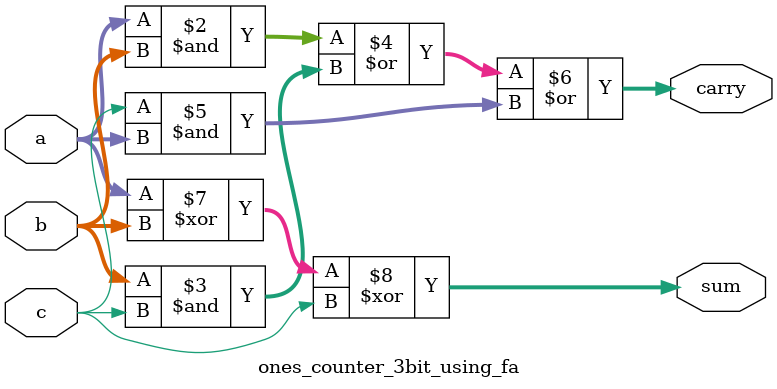
<source format=v>
module ones_counter_3bit_using_fa(input [2:0]a,input [2:0]b,input c,output reg [2:0]sum,output reg [2:0]carry);

	always@(*)
		begin
			carry = ((a&b) | (b&c) | (c&a));
			sum = a^b^c;
		end
endmodule


</source>
